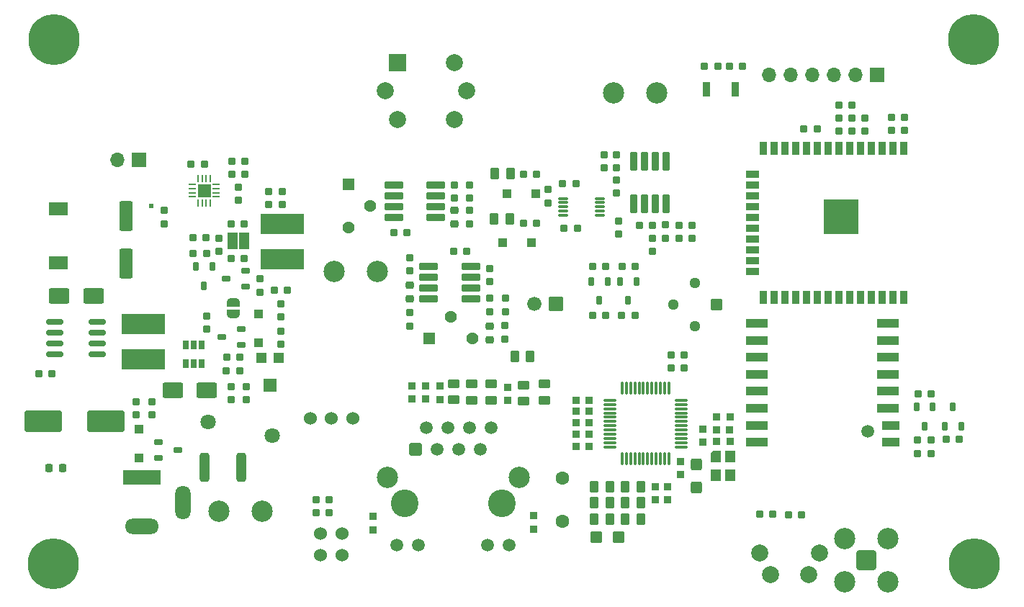
<source format=gbr>
%TF.GenerationSoftware,KiCad,Pcbnew,8.0.6*%
%TF.CreationDate,2025-04-11T21:40:20+07:00*%
%TF.ProjectId,DATN,4441544e-2e6b-4696-9361-645f70636258,rev?*%
%TF.SameCoordinates,Original*%
%TF.FileFunction,Soldermask,Top*%
%TF.FilePolarity,Negative*%
%FSLAX46Y46*%
G04 Gerber Fmt 4.6, Leading zero omitted, Abs format (unit mm)*
G04 Created by KiCad (PCBNEW 8.0.6) date 2025-04-11 21:40:20*
%MOMM*%
%LPD*%
G01*
G04 APERTURE LIST*
G04 Aperture macros list*
%AMRoundRect*
0 Rectangle with rounded corners*
0 $1 Rounding radius*
0 $2 $3 $4 $5 $6 $7 $8 $9 X,Y pos of 4 corners*
0 Add a 4 corners polygon primitive as box body*
4,1,4,$2,$3,$4,$5,$6,$7,$8,$9,$2,$3,0*
0 Add four circle primitives for the rounded corners*
1,1,$1+$1,$2,$3*
1,1,$1+$1,$4,$5*
1,1,$1+$1,$6,$7*
1,1,$1+$1,$8,$9*
0 Add four rect primitives between the rounded corners*
20,1,$1+$1,$2,$3,$4,$5,0*
20,1,$1+$1,$4,$5,$6,$7,0*
20,1,$1+$1,$6,$7,$8,$9,0*
20,1,$1+$1,$8,$9,$2,$3,0*%
%AMFreePoly0*
4,1,18,-0.700000,0.540000,-0.695433,0.562961,-0.682426,0.582426,-0.662961,0.595433,-0.640000,0.600000,0.640000,0.600000,0.662961,0.595433,0.682426,0.582426,0.695433,0.562961,0.700000,0.540000,0.700000,-0.540000,0.695433,-0.562961,0.682426,-0.582426,0.662961,-0.595433,0.640000,-0.600000,-0.400000,-0.600000,-0.700000,-0.300000,-0.700000,0.540000,-0.700000,0.540000,$1*%
%AMFreePoly1*
4,1,19,0.500000,-0.750000,0.000000,-0.750000,0.000000,-0.744911,-0.071157,-0.744911,-0.207708,-0.704816,-0.327430,-0.627875,-0.420627,-0.520320,-0.479746,-0.390866,-0.500000,-0.250000,-0.500000,0.250000,-0.479746,0.390866,-0.420627,0.520320,-0.327430,0.627875,-0.207708,0.704816,-0.071157,0.744911,0.000000,0.744911,0.000000,0.750000,0.500000,0.750000,0.500000,-0.750000,0.500000,-0.750000,
$1*%
%AMFreePoly2*
4,1,19,0.000000,0.744911,0.071157,0.744911,0.207708,0.704816,0.327430,0.627875,0.420627,0.520320,0.479746,0.390866,0.500000,0.250000,0.500000,-0.250000,0.479746,-0.390866,0.420627,-0.520320,0.327430,-0.627875,0.207708,-0.704816,0.071157,-0.744911,0.000000,-0.744911,0.000000,-0.750000,-0.500000,-0.750000,-0.500000,0.750000,0.000000,0.750000,0.000000,0.744911,0.000000,0.744911,
$1*%
G04 Aperture macros list end*
%ADD10RoundRect,0.127500X0.322500X-0.297500X0.322500X0.297500X-0.322500X0.297500X-0.322500X-0.297500X0*%
%ADD11R,1.200000X1.200000*%
%ADD12R,1.600000X1.500000*%
%ADD13C,6.000000*%
%ADD14RoundRect,0.150000X-0.350000X-0.525000X0.350000X-0.525000X0.350000X0.525000X-0.350000X0.525000X0*%
%ADD15RoundRect,0.127500X0.297500X0.322500X-0.297500X0.322500X-0.297500X-0.322500X0.297500X-0.322500X0*%
%ADD16RoundRect,0.127500X-0.297500X-0.322500X0.297500X-0.322500X0.297500X0.322500X-0.297500X0.322500X0*%
%ADD17RoundRect,0.250000X0.262500X0.450000X-0.262500X0.450000X-0.262500X-0.450000X0.262500X-0.450000X0*%
%ADD18RoundRect,0.127500X-0.322500X0.297500X-0.322500X-0.297500X0.322500X-0.297500X0.322500X0.297500X0*%
%ADD19RoundRect,0.090000X-0.410000X-0.210000X0.410000X-0.210000X0.410000X0.210000X-0.410000X0.210000X0*%
%ADD20RoundRect,0.150000X0.525000X-0.350000X0.525000X0.350000X-0.525000X0.350000X-0.525000X-0.350000X0*%
%ADD21RoundRect,0.085000X0.365000X-0.340000X0.365000X0.340000X-0.365000X0.340000X-0.365000X-0.340000X0*%
%ADD22RoundRect,0.090000X-0.210000X0.410000X-0.210000X-0.410000X0.210000X-0.410000X0.210000X0.410000X0*%
%ADD23RoundRect,0.085000X-0.340000X-0.365000X0.340000X-0.365000X0.340000X0.365000X-0.340000X0.365000X0*%
%ADD24RoundRect,0.218750X-0.256250X0.218750X-0.256250X-0.218750X0.256250X-0.218750X0.256250X0.218750X0*%
%ADD25RoundRect,0.062500X-0.062500X0.375000X-0.062500X-0.375000X0.062500X-0.375000X0.062500X0.375000X0*%
%ADD26RoundRect,0.062500X-0.375000X0.062500X-0.375000X-0.062500X0.375000X-0.062500X0.375000X0.062500X0*%
%ADD27R,1.600000X1.600000*%
%ADD28RoundRect,0.150000X0.350000X0.525000X-0.350000X0.525000X-0.350000X-0.525000X0.350000X-0.525000X0*%
%ADD29R,0.650000X1.060000*%
%ADD30C,1.524000*%
%ADD31RoundRect,0.218750X0.218750X0.256250X-0.218750X0.256250X-0.218750X-0.256250X0.218750X-0.256250X0*%
%ADD32R,1.700000X1.700000*%
%ADD33O,1.700000X1.700000*%
%ADD34R,2.000000X1.100000*%
%ADD35R,2.600000X1.100000*%
%ADD36C,1.500000*%
%ADD37R,4.400000X1.800000*%
%ADD38O,4.000000X1.800000*%
%ADD39O,1.800000X4.000000*%
%ADD40RoundRect,0.085000X0.340000X0.365000X-0.340000X0.365000X-0.340000X-0.365000X0.340000X-0.365000X0*%
%ADD41RoundRect,0.085000X-0.365000X0.340000X-0.365000X-0.340000X0.365000X-0.340000X0.365000X0.340000X0*%
%ADD42FreePoly0,270.000000*%
%ADD43RoundRect,0.060000X-0.540000X0.640000X-0.540000X-0.640000X0.540000X-0.640000X0.540000X0.640000X0*%
%ADD44RoundRect,0.200100X0.949900X0.949900X-0.949900X0.949900X-0.949900X-0.949900X0.949900X-0.949900X0*%
%ADD45C,2.500000*%
%ADD46RoundRect,0.099250X-0.297750X0.987750X-0.297750X-0.987750X0.297750X-0.987750X0.297750X0.987750X0*%
%ADD47R,0.900000X1.700000*%
%ADD48RoundRect,0.275000X-0.275000X-0.275000X0.275000X-0.275000X0.275000X0.275000X-0.275000X0.275000X0*%
%ADD49RoundRect,0.275000X0.275000X-0.275000X0.275000X0.275000X-0.275000X0.275000X-0.275000X-0.275000X0*%
%ADD50RoundRect,0.090000X0.410000X0.210000X-0.410000X0.210000X-0.410000X-0.210000X0.410000X-0.210000X0*%
%ADD51R,2.000000X2.000000*%
%ADD52C,2.000000*%
%ADD53RoundRect,0.250000X0.450000X0.425000X-0.450000X0.425000X-0.450000X-0.425000X0.450000X-0.425000X0*%
%ADD54RoundRect,0.100500X-0.986500X-0.301500X0.986500X-0.301500X0.986500X0.301500X-0.986500X0.301500X0*%
%ADD55R,2.200000X1.500000*%
%ADD56RoundRect,0.180000X-1.020000X-0.720000X1.020000X-0.720000X1.020000X0.720000X-1.020000X0.720000X0*%
%ADD57C,1.800000*%
%ADD58R,5.100000X2.350000*%
%ADD59RoundRect,0.102000X-0.611000X-0.611000X0.611000X-0.611000X0.611000X0.611000X-0.611000X0.611000X0*%
%ADD60C,1.426000*%
%ADD61C,1.600000*%
%ADD62C,1.674000*%
%ADD63RoundRect,0.102000X0.735000X0.735000X-0.735000X0.735000X-0.735000X-0.735000X0.735000X-0.735000X0*%
%ADD64RoundRect,0.218750X0.256250X-0.218750X0.256250X0.218750X-0.256250X0.218750X-0.256250X-0.218750X0*%
%ADD65RoundRect,0.150000X-0.825000X-0.150000X0.825000X-0.150000X0.825000X0.150000X-0.825000X0.150000X0*%
%ADD66RoundRect,0.025000X-0.525000X-0.100000X0.525000X-0.100000X0.525000X0.100000X-0.525000X0.100000X0*%
%ADD67RoundRect,0.250000X-0.550000X1.500000X-0.550000X-1.500000X0.550000X-1.500000X0.550000X1.500000X0*%
%ADD68C,0.602078*%
%ADD69RoundRect,0.250000X-0.425000X0.450000X-0.425000X-0.450000X0.425000X-0.450000X0.425000X0.450000X0*%
%ADD70R,0.900000X1.500000*%
%ADD71R,1.500000X0.900000*%
%ADD72C,0.600000*%
%ADD73R,4.100000X4.100000*%
%ADD74RoundRect,0.150000X-0.525000X0.350000X-0.525000X-0.350000X0.525000X-0.350000X0.525000X0.350000X0*%
%ADD75RoundRect,0.250000X-1.950000X-1.000000X1.950000X-1.000000X1.950000X1.000000X-1.950000X1.000000X0*%
%ADD76RoundRect,0.250000X-0.312500X-1.450000X0.312500X-1.450000X0.312500X1.450000X-0.312500X1.450000X0*%
%ADD77RoundRect,0.250000X-0.262500X-0.450000X0.262500X-0.450000X0.262500X0.450000X-0.262500X0.450000X0*%
%ADD78RoundRect,0.075000X-0.662500X-0.075000X0.662500X-0.075000X0.662500X0.075000X-0.662500X0.075000X0*%
%ADD79RoundRect,0.075000X-0.075000X-0.662500X0.075000X-0.662500X0.075000X0.662500X-0.075000X0.662500X0*%
%ADD80RoundRect,0.102000X0.545000X0.545000X-0.545000X0.545000X-0.545000X-0.545000X0.545000X-0.545000X0*%
%ADD81C,1.294000*%
%ADD82C,3.250000*%
%ADD83RoundRect,0.250500X-0.499500X-0.499500X0.499500X-0.499500X0.499500X0.499500X-0.499500X0.499500X0*%
%ADD84RoundRect,0.100500X0.986500X0.301500X-0.986500X0.301500X-0.986500X-0.301500X0.986500X-0.301500X0*%
%ADD85FreePoly1,90.000000*%
%ADD86FreePoly2,90.000000*%
%ADD87RoundRect,0.102000X-0.611000X0.611000X-0.611000X-0.611000X0.611000X-0.611000X0.611000X0.611000X0*%
%ADD88RoundRect,0.090000X0.210000X-0.410000X0.210000X0.410000X-0.210000X0.410000X-0.210000X-0.410000X0*%
%ADD89RoundRect,0.014220X-0.517780X-0.222780X0.517780X-0.222780X0.517780X0.222780X-0.517780X0.222780X0*%
%ADD90RoundRect,0.180000X1.020000X0.720000X-1.020000X0.720000X-1.020000X-0.720000X1.020000X-0.720000X0*%
G04 APERTURE END LIST*
D10*
%TO.C,R49*%
X115930000Y-79065000D03*
X115930000Y-80615000D03*
%TD*%
D11*
%TO.C,RV2*%
X95275000Y-99345000D03*
D12*
X94275000Y-102595000D03*
D11*
X93275000Y-99345000D03*
%TD*%
D13*
%TO.C,H1*%
X68775000Y-123550000D03*
%TD*%
D14*
%TO.C,C46*%
X132350000Y-114500000D03*
X134250000Y-114500000D03*
%TD*%
D15*
%TO.C,R16*%
X89150000Y-99300000D03*
X90700000Y-99300000D03*
%TD*%
D16*
%TO.C,R26*%
X125575000Y-83500000D03*
X124025000Y-83500000D03*
%TD*%
D17*
%TO.C,R25*%
X122417500Y-83035000D03*
X120592500Y-83035000D03*
%TD*%
D18*
%TO.C,R1*%
X95525000Y-97775000D03*
X95525000Y-96225000D03*
%TD*%
D19*
%TO.C,Q2*%
X81162500Y-109270000D03*
X81162500Y-111170000D03*
X83437500Y-110220000D03*
%TD*%
D20*
%TO.C,R51*%
X115850000Y-104300000D03*
X115850000Y-102400000D03*
%TD*%
D16*
%TO.C,R4*%
X91200000Y-87675000D03*
X89650000Y-87675000D03*
%TD*%
D10*
%TO.C,C28*%
X110725000Y-94060000D03*
X110725000Y-95610000D03*
%TD*%
D21*
%TO.C,C41*%
X139525000Y-116050000D03*
X139525000Y-114500000D03*
%TD*%
D15*
%TO.C,C8*%
X84975000Y-76570000D03*
X86525000Y-76570000D03*
%TD*%
D22*
%TO.C,Q8*%
X137325000Y-90362500D03*
X135425000Y-90362500D03*
X136375000Y-92637500D03*
%TD*%
D23*
%TO.C,R45*%
X130250000Y-105675000D03*
X131800000Y-105675000D03*
%TD*%
D24*
%TO.C,D5*%
X120100000Y-95650000D03*
X120100000Y-97225000D03*
%TD*%
D16*
%TO.C,R10*%
X162700000Y-69675000D03*
X161150000Y-69675000D03*
%TD*%
D15*
%TO.C,C10*%
X94125000Y-79800000D03*
X95675000Y-79800000D03*
%TD*%
D18*
%TO.C,R39*%
X121900000Y-97150000D03*
X121900000Y-95600000D03*
%TD*%
D25*
%TO.C,U2*%
X87262500Y-78257500D03*
X86762500Y-78257500D03*
X86262500Y-78257500D03*
X85762500Y-78257500D03*
D26*
X85075000Y-78945000D03*
X85075000Y-79445000D03*
X85075000Y-79945000D03*
X85075000Y-80445000D03*
D25*
X85762500Y-81132500D03*
X86262500Y-81132500D03*
X86762500Y-81132500D03*
X87262500Y-81132500D03*
D26*
X87950000Y-80445000D03*
X87950000Y-79945000D03*
X87950000Y-79445000D03*
X87950000Y-78945000D03*
D27*
X86512500Y-79695000D03*
%TD*%
D14*
%TO.C,C48*%
X132350000Y-118325000D03*
X134250000Y-118325000D03*
%TD*%
D15*
%TO.C,R8*%
X85225000Y-87075000D03*
X86775000Y-87075000D03*
%TD*%
D13*
%TO.C,H1*%
X176950000Y-61950000D03*
%TD*%
D28*
%TO.C,C49*%
X137900000Y-118325000D03*
X136000000Y-118325000D03*
%TD*%
D29*
%TO.C,U3*%
X84350000Y-100020000D03*
X85300000Y-100020000D03*
X86250000Y-100020000D03*
X86250000Y-97820000D03*
X85300000Y-97820000D03*
X84350000Y-97820000D03*
%TD*%
D16*
%TO.C,C20*%
X130375000Y-84100000D03*
X128825000Y-84100000D03*
%TD*%
D30*
%TO.C,D1*%
X100175000Y-122550000D03*
X102715000Y-122550000D03*
X100175000Y-120010000D03*
X102715000Y-120010000D03*
%TD*%
D10*
%TO.C,R42*%
X110675000Y-87610000D03*
X110675000Y-89160000D03*
%TD*%
D16*
%TO.C,R17*%
X149825000Y-65100000D03*
X148275000Y-65100000D03*
%TD*%
D31*
%TO.C,L1*%
X69837500Y-112350000D03*
X68262500Y-112350000D03*
%TD*%
D32*
%TO.C,BT1*%
X78850000Y-76075000D03*
D33*
X76310000Y-76075000D03*
%TD*%
D34*
%TO.C,U7*%
X167215000Y-109300000D03*
X167215000Y-107300000D03*
D35*
X166915000Y-105300000D03*
X166915000Y-103300000D03*
X166915000Y-101300000D03*
X166915000Y-99300000D03*
X166915000Y-97300000D03*
X166915000Y-95300000D03*
X151515000Y-95300000D03*
X151515000Y-97300000D03*
X151515000Y-99300000D03*
X151515000Y-101300000D03*
X151515000Y-103300000D03*
X151515000Y-105300000D03*
X151515000Y-107300000D03*
X151515000Y-109300000D03*
D36*
X164515000Y-108000000D03*
%TD*%
D37*
%TO.C,J1*%
X79200000Y-113425000D03*
D38*
X79200000Y-119225000D03*
D39*
X84000000Y-116425000D03*
%TD*%
D40*
%TO.C,R56*%
X131800000Y-109750000D03*
X130250000Y-109750000D03*
%TD*%
D41*
%TO.C,C39*%
X122200000Y-102825000D03*
X122200000Y-104375000D03*
%TD*%
D42*
%TO.C,Y1*%
X146650000Y-110975000D03*
D43*
X146650000Y-113175000D03*
X148350000Y-113175000D03*
X148350000Y-110975000D03*
%TD*%
D16*
%TO.C,C22*%
X158575000Y-72450000D03*
X157025000Y-72450000D03*
%TD*%
D44*
%TO.C,U8*%
X164400000Y-123175000D03*
D45*
X166940000Y-125715000D03*
X166940000Y-120635000D03*
X161860000Y-125715000D03*
X161860000Y-120635000D03*
%TD*%
D15*
%TO.C,R24*%
X170450000Y-103575000D03*
X172000000Y-103575000D03*
%TD*%
D32*
%TO.C,J3*%
X165590000Y-66100000D03*
D33*
X163050000Y-66100000D03*
X160510000Y-66100000D03*
X157970000Y-66100000D03*
X155430000Y-66100000D03*
X152890000Y-66100000D03*
%TD*%
D46*
%TO.C,U15*%
X140820000Y-76275000D03*
X139550000Y-76275000D03*
X138280000Y-76275000D03*
X137010000Y-76275000D03*
X137010000Y-81225000D03*
X138280000Y-81225000D03*
X139550000Y-81225000D03*
X140820000Y-81225000D03*
%TD*%
D17*
%TO.C,R27*%
X122527500Y-77710000D03*
X120702500Y-77710000D03*
%TD*%
D15*
%TO.C,R22*%
X128675000Y-78900000D03*
X130225000Y-78900000D03*
%TD*%
D20*
%TO.C,R54*%
X120225000Y-104325000D03*
X120225000Y-102425000D03*
%TD*%
D47*
%TO.C,SW2*%
X145550000Y-67775000D03*
X148950000Y-67775000D03*
%TD*%
D48*
%TO.C,Z3*%
X124980000Y-85860000D03*
X121580000Y-85860000D03*
%TD*%
D45*
%TO.C,J5*%
X101780000Y-89210000D03*
X106860000Y-89210000D03*
%TD*%
D49*
%TO.C,Z1*%
X92885000Y-94220000D03*
X92885000Y-97620000D03*
%TD*%
D15*
%TO.C,R5*%
X89700000Y-83625000D03*
X91250000Y-83625000D03*
%TD*%
D50*
%TO.C,Q3*%
X91375000Y-91025000D03*
X91375000Y-89125000D03*
X89100000Y-90075000D03*
%TD*%
D10*
%TO.C,C15*%
X90525000Y-79270000D03*
X90525000Y-80820000D03*
%TD*%
D28*
%TO.C,C45*%
X137900000Y-114500000D03*
X136000000Y-114500000D03*
%TD*%
D20*
%TO.C,R55*%
X124025000Y-104450000D03*
X124025000Y-102550000D03*
%TD*%
D10*
%TO.C,R41*%
X121925000Y-92385000D03*
X121925000Y-93935000D03*
%TD*%
D15*
%TO.C,R31*%
X132175000Y-94375000D03*
X133725000Y-94375000D03*
%TD*%
D51*
%TO.C,U10*%
X109230000Y-64630000D03*
D52*
X107840000Y-67990000D03*
X109230000Y-71350000D03*
X115950000Y-71350000D03*
X117340000Y-67990000D03*
X115950000Y-64630000D03*
%TD*%
D15*
%TO.C,C25*%
X137665000Y-83775000D03*
X139215000Y-83775000D03*
%TD*%
D53*
%TO.C,C52*%
X135275000Y-120425000D03*
X132575000Y-120425000D03*
%TD*%
D54*
%TO.C,U11*%
X108785000Y-79010000D03*
X108785000Y-80280000D03*
X108785000Y-81550000D03*
X108785000Y-82820000D03*
X113725000Y-82820000D03*
X113725000Y-81550000D03*
X113725000Y-80280000D03*
X113725000Y-79010000D03*
%TD*%
D30*
%TO.C,SW1*%
X103975000Y-106475000D03*
X101475000Y-106475000D03*
X98975000Y-106475000D03*
%TD*%
D48*
%TO.C,Z4*%
X125495000Y-80095000D03*
X122095000Y-80095000D03*
%TD*%
D55*
%TO.C,L4*%
X69375000Y-88220000D03*
X69375000Y-81820000D03*
%TD*%
D10*
%TO.C,C23*%
X170375000Y-109046000D03*
X170375000Y-110596000D03*
%TD*%
D21*
%TO.C,R46*%
X125225000Y-119500000D03*
X125225000Y-117950000D03*
%TD*%
D56*
%TO.C,D3*%
X73500000Y-92095000D03*
X69450000Y-92095000D03*
%TD*%
D21*
%TO.C,R48*%
X110925000Y-104225000D03*
X110925000Y-102675000D03*
%TD*%
D16*
%TO.C,C18*%
X146900000Y-65100000D03*
X145350000Y-65100000D03*
%TD*%
D40*
%TO.C,C30*%
X148325000Y-109225000D03*
X146775000Y-109225000D03*
%TD*%
D16*
%TO.C,C37*%
X142975000Y-99000000D03*
X141425000Y-99000000D03*
%TD*%
D57*
%TO.C,RV1*%
X86975000Y-106870000D03*
X94475000Y-108503330D03*
%TD*%
D16*
%TO.C,C7*%
X68625000Y-101195000D03*
X67075000Y-101195000D03*
%TD*%
D22*
%TO.C,Q7*%
X133925000Y-90362500D03*
X132025000Y-90362500D03*
X132975000Y-92637500D03*
%TD*%
D41*
%TO.C,R36*%
X145175000Y-107750000D03*
X145175000Y-109300000D03*
%TD*%
D15*
%TO.C,R18*%
X151825000Y-117725000D03*
X153375000Y-117725000D03*
%TD*%
D45*
%TO.C,J4*%
X139720000Y-68235000D03*
X134640000Y-68235000D03*
%TD*%
D18*
%TO.C,C26*%
X120100000Y-90385000D03*
X120100000Y-88835000D03*
%TD*%
D16*
%TO.C,R32*%
X137150000Y-94375000D03*
X135600000Y-94375000D03*
%TD*%
D58*
%TO.C,L3*%
X95700000Y-87800000D03*
X95700000Y-83650000D03*
%TD*%
D59*
%TO.C,VR1*%
X112935000Y-97100000D03*
D60*
X115475000Y-94560000D03*
X118015000Y-97100000D03*
%TD*%
D40*
%TO.C,R38*%
X131800000Y-104350000D03*
X130250000Y-104350000D03*
%TD*%
D61*
%TO.C,C33*%
X128675000Y-118550000D03*
X128675000Y-113550000D03*
%TD*%
D18*
%TO.C,C24*%
X164225000Y-72725000D03*
X164225000Y-71175000D03*
%TD*%
D23*
%TO.C,R37*%
X146750000Y-107800000D03*
X148300000Y-107800000D03*
%TD*%
D18*
%TO.C,C12*%
X91425000Y-104295000D03*
X91425000Y-102745000D03*
%TD*%
D21*
%TO.C,R50*%
X112575000Y-104225000D03*
X112575000Y-102675000D03*
%TD*%
D10*
%TO.C,R40*%
X120100000Y-92385000D03*
X120100000Y-93935000D03*
%TD*%
D15*
%TO.C,C19*%
X155200000Y-117800000D03*
X156750000Y-117800000D03*
%TD*%
D49*
%TO.C,Z2*%
X78835000Y-107740000D03*
X78835000Y-111140000D03*
%TD*%
D62*
%TO.C,Q9*%
X125350000Y-92990000D03*
D63*
X127890000Y-92990000D03*
%TD*%
D64*
%TO.C,D9*%
X115930000Y-83590000D03*
X115930000Y-82015000D03*
%TD*%
D65*
%TO.C,U4*%
X68975000Y-95120000D03*
X68975000Y-96390000D03*
X68975000Y-97660000D03*
X68975000Y-98930000D03*
X73925000Y-98930000D03*
X73925000Y-97660000D03*
X73925000Y-96390000D03*
X73925000Y-95120000D03*
%TD*%
D16*
%TO.C,C36*%
X142975000Y-100525000D03*
X141425000Y-100525000D03*
%TD*%
D21*
%TO.C,R47*%
X106400000Y-119575000D03*
X106400000Y-118025000D03*
%TD*%
D66*
%TO.C,U6*%
X128700000Y-80625000D03*
X128700000Y-81125000D03*
X128700000Y-81625000D03*
X128700000Y-82125000D03*
X128700000Y-82625000D03*
X133000000Y-82625000D03*
X133000000Y-82125000D03*
X133000000Y-81625000D03*
X133000000Y-81125000D03*
X133000000Y-80625000D03*
%TD*%
D67*
%TO.C,C14*%
X77350000Y-82720000D03*
X77350000Y-88320000D03*
%TD*%
D15*
%TO.C,C17*%
X167312400Y-72625000D03*
X168862400Y-72625000D03*
%TD*%
%TO.C,R23*%
X173750000Y-108975000D03*
X175300000Y-108975000D03*
%TD*%
D18*
%TO.C,C1*%
X88250000Y-86825000D03*
X88250000Y-85275000D03*
%TD*%
%TO.C,C43*%
X133545000Y-77050000D03*
X133545000Y-75500000D03*
%TD*%
D15*
%TO.C,R12*%
X89750000Y-76245000D03*
X91300000Y-76245000D03*
%TD*%
D18*
%TO.C,C42*%
X142340000Y-85325000D03*
X142340000Y-83775000D03*
%TD*%
D68*
%TO.C,TP1*%
X80300000Y-81475000D03*
%TD*%
D13*
%TO.C,H1*%
X68825000Y-61950000D03*
%TD*%
%TO.C,H1*%
X177025000Y-123600000D03*
%TD*%
D18*
%TO.C,R13*%
X99700000Y-117600000D03*
X99700000Y-116050000D03*
%TD*%
D28*
%TO.C,C50*%
X137900000Y-116425000D03*
X136000000Y-116425000D03*
%TD*%
D16*
%TO.C,C6*%
X162690000Y-72700000D03*
X161140000Y-72700000D03*
%TD*%
D69*
%TO.C,C51*%
X144375000Y-111925000D03*
X144375000Y-114625000D03*
%TD*%
D14*
%TO.C,C47*%
X132350000Y-116425000D03*
X134250000Y-116425000D03*
%TD*%
D50*
%TO.C,Q1*%
X90850000Y-97850000D03*
X90850000Y-95950000D03*
X88575000Y-96900000D03*
%TD*%
D10*
%TO.C,R34*%
X140765000Y-83750000D03*
X140765000Y-85300000D03*
%TD*%
D70*
%TO.C,U5*%
X168750000Y-74725000D03*
X167480000Y-74725000D03*
X166210000Y-74725000D03*
X164940000Y-74725000D03*
X163670000Y-74725000D03*
X162400000Y-74725000D03*
X161130000Y-74725000D03*
X159860000Y-74725000D03*
X158590000Y-74725000D03*
X157320000Y-74725000D03*
X156050000Y-74725000D03*
X154780000Y-74725000D03*
X153510000Y-74725000D03*
X152240000Y-74725000D03*
D71*
X150990000Y-77755000D03*
X150990000Y-79025000D03*
X150990000Y-80295000D03*
X150990000Y-81565000D03*
X150990000Y-82835000D03*
X150990000Y-84105000D03*
X150990000Y-85375000D03*
X150990000Y-86645000D03*
X150990000Y-87915000D03*
X150990000Y-89185000D03*
D70*
X152240000Y-92225000D03*
X153510000Y-92225000D03*
X154780000Y-92225000D03*
X156050000Y-92225000D03*
X157320000Y-92225000D03*
X158590000Y-92225000D03*
X159860000Y-92225000D03*
X161130000Y-92225000D03*
X162400000Y-92225000D03*
X163670000Y-92225000D03*
X164940000Y-92225000D03*
X166210000Y-92225000D03*
X167480000Y-92225000D03*
X168750000Y-92225000D03*
D72*
X162990000Y-81225000D03*
X161990000Y-81225000D03*
X160990000Y-81225000D03*
X159990000Y-81225000D03*
X162990000Y-82225000D03*
X161990000Y-82225000D03*
X160990000Y-82225000D03*
X159990000Y-82225000D03*
D73*
X161410000Y-82795000D03*
D72*
X162990000Y-83225000D03*
X161990000Y-83225000D03*
X160990000Y-83225000D03*
X159990000Y-83225000D03*
X162990000Y-84225000D03*
X161990000Y-84225000D03*
X160990000Y-84225000D03*
X159990000Y-84225000D03*
%TD*%
D74*
%TO.C,C38*%
X126475000Y-102425000D03*
X126475000Y-104325000D03*
%TD*%
D75*
%TO.C,C5*%
X67575000Y-106795000D03*
X74975000Y-106795000D03*
%TD*%
D52*
%TO.C,SW3*%
X157575000Y-124850000D03*
X153075000Y-124850000D03*
X158825000Y-122350000D03*
X151825000Y-122350000D03*
%TD*%
D22*
%TO.C,Q6*%
X172150000Y-105137500D03*
X170250000Y-105137500D03*
X171200000Y-107412500D03*
%TD*%
D15*
%TO.C,C27*%
X115850000Y-86860000D03*
X117400000Y-86860000D03*
%TD*%
D18*
%TO.C,R14*%
X101200000Y-117600000D03*
X101200000Y-116050000D03*
%TD*%
D16*
%TO.C,R44*%
X110350000Y-84675000D03*
X108800000Y-84675000D03*
%TD*%
D76*
%TO.C,F1*%
X86562500Y-112250000D03*
X90837500Y-112250000D03*
%TD*%
D41*
%TO.C,C31*%
X142525000Y-111550000D03*
X142525000Y-113100000D03*
%TD*%
D15*
%TO.C,C13*%
X94125000Y-81300000D03*
X95675000Y-81300000D03*
%TD*%
D77*
%TO.C,FB1*%
X123037500Y-99175000D03*
X124862500Y-99175000D03*
%TD*%
D23*
%TO.C,C29*%
X146775000Y-106325000D03*
X148325000Y-106325000D03*
%TD*%
D21*
%TO.C,C34*%
X114225000Y-104250000D03*
X114225000Y-102700000D03*
%TD*%
D18*
%TO.C,R7*%
X93050000Y-91650000D03*
X93050000Y-90100000D03*
%TD*%
D16*
%TO.C,R6*%
X96275000Y-91375000D03*
X94725000Y-91375000D03*
%TD*%
D18*
%TO.C,C3*%
X81825000Y-83600000D03*
X81825000Y-82050000D03*
%TD*%
D78*
%TO.C,U12*%
X134237500Y-104350000D03*
X134237500Y-104850000D03*
X134237500Y-105350000D03*
X134237500Y-105850000D03*
X134237500Y-106350000D03*
X134237500Y-106850000D03*
X134237500Y-107350000D03*
X134237500Y-107850000D03*
X134237500Y-108350000D03*
X134237500Y-108850000D03*
X134237500Y-109350000D03*
X134237500Y-109850000D03*
D79*
X135650000Y-111262500D03*
X136150000Y-111262500D03*
X136650000Y-111262500D03*
X137150000Y-111262500D03*
X137650000Y-111262500D03*
X138150000Y-111262500D03*
X138650000Y-111262500D03*
X139150000Y-111262500D03*
X139650000Y-111262500D03*
X140150000Y-111262500D03*
X140650000Y-111262500D03*
X141150000Y-111262500D03*
D78*
X142562500Y-109850000D03*
X142562500Y-109350000D03*
X142562500Y-108850000D03*
X142562500Y-108350000D03*
X142562500Y-107850000D03*
X142562500Y-107350000D03*
X142562500Y-106850000D03*
X142562500Y-106350000D03*
X142562500Y-105850000D03*
X142562500Y-105350000D03*
X142562500Y-104850000D03*
X142562500Y-104350000D03*
D79*
X141150000Y-102937500D03*
X140650000Y-102937500D03*
X140150000Y-102937500D03*
X139650000Y-102937500D03*
X139150000Y-102937500D03*
X138650000Y-102937500D03*
X138150000Y-102937500D03*
X137650000Y-102937500D03*
X137150000Y-102937500D03*
X136650000Y-102937500D03*
X136150000Y-102937500D03*
X135650000Y-102937500D03*
%TD*%
D24*
%TO.C,D6*%
X110675000Y-90860000D03*
X110675000Y-92435000D03*
%TD*%
D74*
%TO.C,C35*%
X118000000Y-102425000D03*
X118000000Y-104325000D03*
%TD*%
D23*
%TO.C,R53*%
X130250000Y-107025000D03*
X131800000Y-107025000D03*
%TD*%
D80*
%TO.C,U13*%
X146725000Y-93125000D03*
D81*
X144185000Y-90585000D03*
X141645000Y-93125000D03*
X144185000Y-95665000D03*
%TD*%
D21*
%TO.C,C40*%
X141000000Y-116050000D03*
X141000000Y-114500000D03*
%TD*%
D10*
%TO.C,C21*%
X172000000Y-109050000D03*
X172000000Y-110600000D03*
%TD*%
%TO.C,R33*%
X139190000Y-85325000D03*
X139190000Y-86875000D03*
%TD*%
D18*
%TO.C,R3*%
X80350000Y-106070000D03*
X80350000Y-104520000D03*
%TD*%
%TO.C,C2*%
X78500000Y-106095000D03*
X78500000Y-104545000D03*
%TD*%
D82*
%TO.C,J6*%
X110060000Y-116475000D03*
X121490000Y-116475000D03*
D83*
X111335000Y-110115000D03*
D36*
X112595000Y-107575000D03*
X113875000Y-110115000D03*
X115135000Y-107575000D03*
X116415000Y-110115000D03*
X117675000Y-107575000D03*
X118955000Y-110115000D03*
X120215000Y-107575000D03*
X109150000Y-121375000D03*
X111690000Y-121375000D03*
X119860000Y-121375000D03*
X122400000Y-121375000D03*
D45*
X108030000Y-113425000D03*
X123520000Y-113425000D03*
%TD*%
D16*
%TO.C,R28*%
X125615000Y-77760000D03*
X124065000Y-77760000D03*
%TD*%
D10*
%TO.C,R21*%
X126975000Y-79600000D03*
X126975000Y-81150000D03*
%TD*%
D15*
%TO.C,R9*%
X89750000Y-77770000D03*
X91300000Y-77770000D03*
%TD*%
D84*
%TO.C,U9*%
X117860000Y-92387500D03*
X117860000Y-91117500D03*
X117860000Y-89847500D03*
X117860000Y-88577500D03*
X112920000Y-88577500D03*
X112920000Y-89847500D03*
X112920000Y-91117500D03*
X112920000Y-92387500D03*
%TD*%
D10*
%TO.C,C4*%
X86775000Y-94475000D03*
X86775000Y-96025000D03*
%TD*%
%TO.C,R35*%
X143915000Y-83775000D03*
X143915000Y-85325000D03*
%TD*%
D15*
%TO.C,C11*%
X85200000Y-85225000D03*
X86750000Y-85225000D03*
%TD*%
D85*
%TO.C,JP1*%
X89975000Y-94175000D03*
D86*
X89975000Y-92875000D03*
%TD*%
D40*
%TO.C,R52*%
X131800000Y-108375000D03*
X130250000Y-108375000D03*
%TD*%
D18*
%TO.C,C32*%
X117680000Y-83590000D03*
X117680000Y-82040000D03*
%TD*%
D58*
%TO.C,L2*%
X79375000Y-95370000D03*
X79375000Y-99520000D03*
%TD*%
D16*
%TO.C,R29*%
X133750000Y-88650000D03*
X132200000Y-88650000D03*
%TD*%
D15*
%TO.C,R11*%
X161144200Y-71170000D03*
X162694200Y-71170000D03*
%TD*%
%TO.C,C16*%
X167300000Y-71075000D03*
X168850000Y-71075000D03*
%TD*%
D18*
%TO.C,R2*%
X95550000Y-94575000D03*
X95550000Y-93025000D03*
%TD*%
D87*
%TO.C,VR2*%
X103465000Y-79000000D03*
D60*
X106005000Y-81540000D03*
X103465000Y-84080000D03*
%TD*%
D18*
%TO.C,R20*%
X135200000Y-84825000D03*
X135200000Y-83275000D03*
%TD*%
D10*
%TO.C,R19*%
X135020000Y-78475000D03*
X135020000Y-80025000D03*
%TD*%
D88*
%TO.C,Q5*%
X173600000Y-107400000D03*
X175500000Y-107400000D03*
X174550000Y-105125000D03*
%TD*%
D16*
%TO.C,R15*%
X90675000Y-100925000D03*
X89125000Y-100925000D03*
%TD*%
D89*
%TO.C,U1*%
X89850000Y-84875000D03*
X89850000Y-85375000D03*
X89850000Y-85875000D03*
X89850000Y-86375000D03*
X91220000Y-86375000D03*
X91220000Y-85875000D03*
X91220000Y-85375000D03*
X91220000Y-84875000D03*
%TD*%
D18*
%TO.C,C44*%
X135025000Y-77050000D03*
X135025000Y-75500000D03*
%TD*%
D22*
%TO.C,Q4*%
X87450000Y-88650000D03*
X85550000Y-88650000D03*
X86500000Y-90925000D03*
%TD*%
D10*
%TO.C,R43*%
X117680000Y-79015000D03*
X117680000Y-80565000D03*
%TD*%
D18*
%TO.C,C9*%
X89725000Y-104295000D03*
X89725000Y-102745000D03*
%TD*%
D90*
%TO.C,D2*%
X82787500Y-103195000D03*
X86837500Y-103195000D03*
%TD*%
D16*
%TO.C,R30*%
X137225000Y-88625000D03*
X135675000Y-88625000D03*
%TD*%
D45*
%TO.C,J2*%
X88255000Y-117410000D03*
X93335000Y-117410000D03*
%TD*%
M02*

</source>
